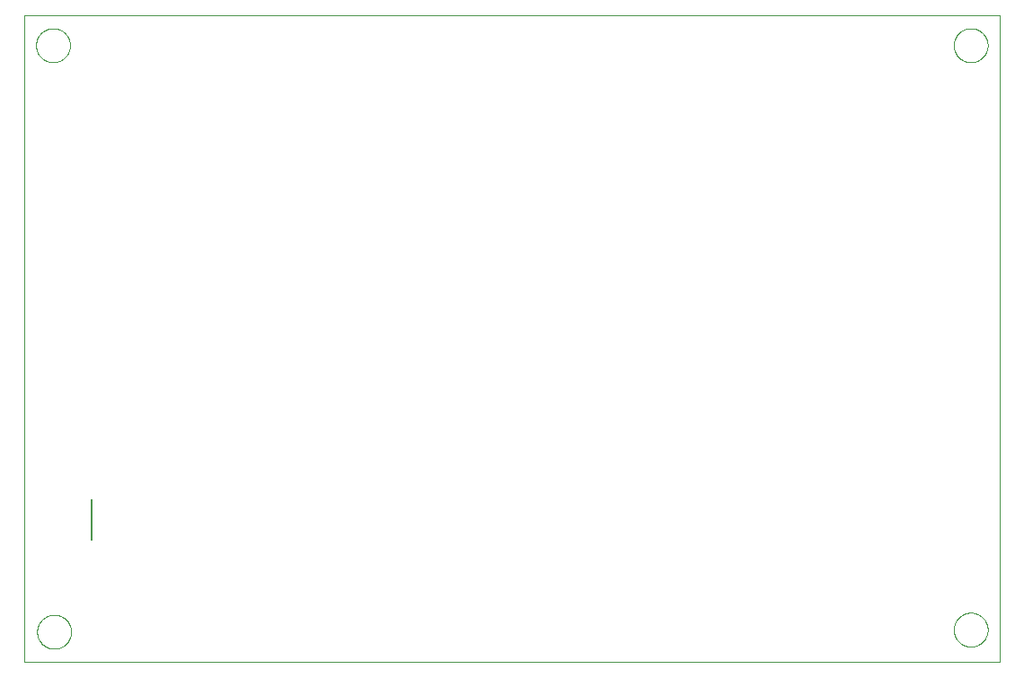
<source format=gbo>
G75*
%MOIN*%
%OFA0B0*%
%FSLAX25Y25*%
%IPPOS*%
%LPD*%
%AMOC8*
5,1,8,0,0,1.08239X$1,22.5*
%
%ADD10C,0.00000*%
%ADD11C,0.00800*%
D10*
X0005394Y0001000D02*
X0005394Y0240882D01*
X0367402Y0240882D01*
X0367402Y0001000D01*
X0005394Y0001000D01*
X0010118Y0012142D02*
X0010120Y0012300D01*
X0010126Y0012458D01*
X0010136Y0012616D01*
X0010150Y0012774D01*
X0010168Y0012931D01*
X0010189Y0013088D01*
X0010215Y0013244D01*
X0010245Y0013400D01*
X0010278Y0013555D01*
X0010316Y0013708D01*
X0010357Y0013861D01*
X0010402Y0014013D01*
X0010451Y0014164D01*
X0010504Y0014313D01*
X0010560Y0014461D01*
X0010620Y0014607D01*
X0010684Y0014752D01*
X0010752Y0014895D01*
X0010823Y0015037D01*
X0010897Y0015177D01*
X0010975Y0015314D01*
X0011057Y0015450D01*
X0011141Y0015584D01*
X0011230Y0015715D01*
X0011321Y0015844D01*
X0011416Y0015971D01*
X0011513Y0016096D01*
X0011614Y0016218D01*
X0011718Y0016337D01*
X0011825Y0016454D01*
X0011935Y0016568D01*
X0012048Y0016679D01*
X0012163Y0016788D01*
X0012281Y0016893D01*
X0012402Y0016995D01*
X0012525Y0017095D01*
X0012651Y0017191D01*
X0012779Y0017284D01*
X0012909Y0017374D01*
X0013042Y0017460D01*
X0013177Y0017544D01*
X0013313Y0017623D01*
X0013452Y0017700D01*
X0013593Y0017772D01*
X0013735Y0017842D01*
X0013879Y0017907D01*
X0014025Y0017969D01*
X0014172Y0018027D01*
X0014321Y0018082D01*
X0014471Y0018133D01*
X0014622Y0018180D01*
X0014774Y0018223D01*
X0014927Y0018262D01*
X0015082Y0018298D01*
X0015237Y0018329D01*
X0015393Y0018357D01*
X0015549Y0018381D01*
X0015706Y0018401D01*
X0015864Y0018417D01*
X0016021Y0018429D01*
X0016180Y0018437D01*
X0016338Y0018441D01*
X0016496Y0018441D01*
X0016654Y0018437D01*
X0016813Y0018429D01*
X0016970Y0018417D01*
X0017128Y0018401D01*
X0017285Y0018381D01*
X0017441Y0018357D01*
X0017597Y0018329D01*
X0017752Y0018298D01*
X0017907Y0018262D01*
X0018060Y0018223D01*
X0018212Y0018180D01*
X0018363Y0018133D01*
X0018513Y0018082D01*
X0018662Y0018027D01*
X0018809Y0017969D01*
X0018955Y0017907D01*
X0019099Y0017842D01*
X0019241Y0017772D01*
X0019382Y0017700D01*
X0019521Y0017623D01*
X0019657Y0017544D01*
X0019792Y0017460D01*
X0019925Y0017374D01*
X0020055Y0017284D01*
X0020183Y0017191D01*
X0020309Y0017095D01*
X0020432Y0016995D01*
X0020553Y0016893D01*
X0020671Y0016788D01*
X0020786Y0016679D01*
X0020899Y0016568D01*
X0021009Y0016454D01*
X0021116Y0016337D01*
X0021220Y0016218D01*
X0021321Y0016096D01*
X0021418Y0015971D01*
X0021513Y0015844D01*
X0021604Y0015715D01*
X0021693Y0015584D01*
X0021777Y0015450D01*
X0021859Y0015314D01*
X0021937Y0015177D01*
X0022011Y0015037D01*
X0022082Y0014895D01*
X0022150Y0014752D01*
X0022214Y0014607D01*
X0022274Y0014461D01*
X0022330Y0014313D01*
X0022383Y0014164D01*
X0022432Y0014013D01*
X0022477Y0013861D01*
X0022518Y0013708D01*
X0022556Y0013555D01*
X0022589Y0013400D01*
X0022619Y0013244D01*
X0022645Y0013088D01*
X0022666Y0012931D01*
X0022684Y0012774D01*
X0022698Y0012616D01*
X0022708Y0012458D01*
X0022714Y0012300D01*
X0022716Y0012142D01*
X0022714Y0011984D01*
X0022708Y0011826D01*
X0022698Y0011668D01*
X0022684Y0011510D01*
X0022666Y0011353D01*
X0022645Y0011196D01*
X0022619Y0011040D01*
X0022589Y0010884D01*
X0022556Y0010729D01*
X0022518Y0010576D01*
X0022477Y0010423D01*
X0022432Y0010271D01*
X0022383Y0010120D01*
X0022330Y0009971D01*
X0022274Y0009823D01*
X0022214Y0009677D01*
X0022150Y0009532D01*
X0022082Y0009389D01*
X0022011Y0009247D01*
X0021937Y0009107D01*
X0021859Y0008970D01*
X0021777Y0008834D01*
X0021693Y0008700D01*
X0021604Y0008569D01*
X0021513Y0008440D01*
X0021418Y0008313D01*
X0021321Y0008188D01*
X0021220Y0008066D01*
X0021116Y0007947D01*
X0021009Y0007830D01*
X0020899Y0007716D01*
X0020786Y0007605D01*
X0020671Y0007496D01*
X0020553Y0007391D01*
X0020432Y0007289D01*
X0020309Y0007189D01*
X0020183Y0007093D01*
X0020055Y0007000D01*
X0019925Y0006910D01*
X0019792Y0006824D01*
X0019657Y0006740D01*
X0019521Y0006661D01*
X0019382Y0006584D01*
X0019241Y0006512D01*
X0019099Y0006442D01*
X0018955Y0006377D01*
X0018809Y0006315D01*
X0018662Y0006257D01*
X0018513Y0006202D01*
X0018363Y0006151D01*
X0018212Y0006104D01*
X0018060Y0006061D01*
X0017907Y0006022D01*
X0017752Y0005986D01*
X0017597Y0005955D01*
X0017441Y0005927D01*
X0017285Y0005903D01*
X0017128Y0005883D01*
X0016970Y0005867D01*
X0016813Y0005855D01*
X0016654Y0005847D01*
X0016496Y0005843D01*
X0016338Y0005843D01*
X0016180Y0005847D01*
X0016021Y0005855D01*
X0015864Y0005867D01*
X0015706Y0005883D01*
X0015549Y0005903D01*
X0015393Y0005927D01*
X0015237Y0005955D01*
X0015082Y0005986D01*
X0014927Y0006022D01*
X0014774Y0006061D01*
X0014622Y0006104D01*
X0014471Y0006151D01*
X0014321Y0006202D01*
X0014172Y0006257D01*
X0014025Y0006315D01*
X0013879Y0006377D01*
X0013735Y0006442D01*
X0013593Y0006512D01*
X0013452Y0006584D01*
X0013313Y0006661D01*
X0013177Y0006740D01*
X0013042Y0006824D01*
X0012909Y0006910D01*
X0012779Y0007000D01*
X0012651Y0007093D01*
X0012525Y0007189D01*
X0012402Y0007289D01*
X0012281Y0007391D01*
X0012163Y0007496D01*
X0012048Y0007605D01*
X0011935Y0007716D01*
X0011825Y0007830D01*
X0011718Y0007947D01*
X0011614Y0008066D01*
X0011513Y0008188D01*
X0011416Y0008313D01*
X0011321Y0008440D01*
X0011230Y0008569D01*
X0011141Y0008700D01*
X0011057Y0008834D01*
X0010975Y0008970D01*
X0010897Y0009107D01*
X0010823Y0009247D01*
X0010752Y0009389D01*
X0010684Y0009532D01*
X0010620Y0009677D01*
X0010560Y0009823D01*
X0010504Y0009971D01*
X0010451Y0010120D01*
X0010402Y0010271D01*
X0010357Y0010423D01*
X0010316Y0010576D01*
X0010278Y0010729D01*
X0010245Y0010884D01*
X0010215Y0011040D01*
X0010189Y0011196D01*
X0010168Y0011353D01*
X0010150Y0011510D01*
X0010136Y0011668D01*
X0010126Y0011826D01*
X0010120Y0011984D01*
X0010118Y0012142D01*
X0009725Y0229858D02*
X0009727Y0230016D01*
X0009733Y0230174D01*
X0009743Y0230332D01*
X0009757Y0230490D01*
X0009775Y0230647D01*
X0009796Y0230804D01*
X0009822Y0230960D01*
X0009852Y0231116D01*
X0009885Y0231271D01*
X0009923Y0231424D01*
X0009964Y0231577D01*
X0010009Y0231729D01*
X0010058Y0231880D01*
X0010111Y0232029D01*
X0010167Y0232177D01*
X0010227Y0232323D01*
X0010291Y0232468D01*
X0010359Y0232611D01*
X0010430Y0232753D01*
X0010504Y0232893D01*
X0010582Y0233030D01*
X0010664Y0233166D01*
X0010748Y0233300D01*
X0010837Y0233431D01*
X0010928Y0233560D01*
X0011023Y0233687D01*
X0011120Y0233812D01*
X0011221Y0233934D01*
X0011325Y0234053D01*
X0011432Y0234170D01*
X0011542Y0234284D01*
X0011655Y0234395D01*
X0011770Y0234504D01*
X0011888Y0234609D01*
X0012009Y0234711D01*
X0012132Y0234811D01*
X0012258Y0234907D01*
X0012386Y0235000D01*
X0012516Y0235090D01*
X0012649Y0235176D01*
X0012784Y0235260D01*
X0012920Y0235339D01*
X0013059Y0235416D01*
X0013200Y0235488D01*
X0013342Y0235558D01*
X0013486Y0235623D01*
X0013632Y0235685D01*
X0013779Y0235743D01*
X0013928Y0235798D01*
X0014078Y0235849D01*
X0014229Y0235896D01*
X0014381Y0235939D01*
X0014534Y0235978D01*
X0014689Y0236014D01*
X0014844Y0236045D01*
X0015000Y0236073D01*
X0015156Y0236097D01*
X0015313Y0236117D01*
X0015471Y0236133D01*
X0015628Y0236145D01*
X0015787Y0236153D01*
X0015945Y0236157D01*
X0016103Y0236157D01*
X0016261Y0236153D01*
X0016420Y0236145D01*
X0016577Y0236133D01*
X0016735Y0236117D01*
X0016892Y0236097D01*
X0017048Y0236073D01*
X0017204Y0236045D01*
X0017359Y0236014D01*
X0017514Y0235978D01*
X0017667Y0235939D01*
X0017819Y0235896D01*
X0017970Y0235849D01*
X0018120Y0235798D01*
X0018269Y0235743D01*
X0018416Y0235685D01*
X0018562Y0235623D01*
X0018706Y0235558D01*
X0018848Y0235488D01*
X0018989Y0235416D01*
X0019128Y0235339D01*
X0019264Y0235260D01*
X0019399Y0235176D01*
X0019532Y0235090D01*
X0019662Y0235000D01*
X0019790Y0234907D01*
X0019916Y0234811D01*
X0020039Y0234711D01*
X0020160Y0234609D01*
X0020278Y0234504D01*
X0020393Y0234395D01*
X0020506Y0234284D01*
X0020616Y0234170D01*
X0020723Y0234053D01*
X0020827Y0233934D01*
X0020928Y0233812D01*
X0021025Y0233687D01*
X0021120Y0233560D01*
X0021211Y0233431D01*
X0021300Y0233300D01*
X0021384Y0233166D01*
X0021466Y0233030D01*
X0021544Y0232893D01*
X0021618Y0232753D01*
X0021689Y0232611D01*
X0021757Y0232468D01*
X0021821Y0232323D01*
X0021881Y0232177D01*
X0021937Y0232029D01*
X0021990Y0231880D01*
X0022039Y0231729D01*
X0022084Y0231577D01*
X0022125Y0231424D01*
X0022163Y0231271D01*
X0022196Y0231116D01*
X0022226Y0230960D01*
X0022252Y0230804D01*
X0022273Y0230647D01*
X0022291Y0230490D01*
X0022305Y0230332D01*
X0022315Y0230174D01*
X0022321Y0230016D01*
X0022323Y0229858D01*
X0022321Y0229700D01*
X0022315Y0229542D01*
X0022305Y0229384D01*
X0022291Y0229226D01*
X0022273Y0229069D01*
X0022252Y0228912D01*
X0022226Y0228756D01*
X0022196Y0228600D01*
X0022163Y0228445D01*
X0022125Y0228292D01*
X0022084Y0228139D01*
X0022039Y0227987D01*
X0021990Y0227836D01*
X0021937Y0227687D01*
X0021881Y0227539D01*
X0021821Y0227393D01*
X0021757Y0227248D01*
X0021689Y0227105D01*
X0021618Y0226963D01*
X0021544Y0226823D01*
X0021466Y0226686D01*
X0021384Y0226550D01*
X0021300Y0226416D01*
X0021211Y0226285D01*
X0021120Y0226156D01*
X0021025Y0226029D01*
X0020928Y0225904D01*
X0020827Y0225782D01*
X0020723Y0225663D01*
X0020616Y0225546D01*
X0020506Y0225432D01*
X0020393Y0225321D01*
X0020278Y0225212D01*
X0020160Y0225107D01*
X0020039Y0225005D01*
X0019916Y0224905D01*
X0019790Y0224809D01*
X0019662Y0224716D01*
X0019532Y0224626D01*
X0019399Y0224540D01*
X0019264Y0224456D01*
X0019128Y0224377D01*
X0018989Y0224300D01*
X0018848Y0224228D01*
X0018706Y0224158D01*
X0018562Y0224093D01*
X0018416Y0224031D01*
X0018269Y0223973D01*
X0018120Y0223918D01*
X0017970Y0223867D01*
X0017819Y0223820D01*
X0017667Y0223777D01*
X0017514Y0223738D01*
X0017359Y0223702D01*
X0017204Y0223671D01*
X0017048Y0223643D01*
X0016892Y0223619D01*
X0016735Y0223599D01*
X0016577Y0223583D01*
X0016420Y0223571D01*
X0016261Y0223563D01*
X0016103Y0223559D01*
X0015945Y0223559D01*
X0015787Y0223563D01*
X0015628Y0223571D01*
X0015471Y0223583D01*
X0015313Y0223599D01*
X0015156Y0223619D01*
X0015000Y0223643D01*
X0014844Y0223671D01*
X0014689Y0223702D01*
X0014534Y0223738D01*
X0014381Y0223777D01*
X0014229Y0223820D01*
X0014078Y0223867D01*
X0013928Y0223918D01*
X0013779Y0223973D01*
X0013632Y0224031D01*
X0013486Y0224093D01*
X0013342Y0224158D01*
X0013200Y0224228D01*
X0013059Y0224300D01*
X0012920Y0224377D01*
X0012784Y0224456D01*
X0012649Y0224540D01*
X0012516Y0224626D01*
X0012386Y0224716D01*
X0012258Y0224809D01*
X0012132Y0224905D01*
X0012009Y0225005D01*
X0011888Y0225107D01*
X0011770Y0225212D01*
X0011655Y0225321D01*
X0011542Y0225432D01*
X0011432Y0225546D01*
X0011325Y0225663D01*
X0011221Y0225782D01*
X0011120Y0225904D01*
X0011023Y0226029D01*
X0010928Y0226156D01*
X0010837Y0226285D01*
X0010748Y0226416D01*
X0010664Y0226550D01*
X0010582Y0226686D01*
X0010504Y0226823D01*
X0010430Y0226963D01*
X0010359Y0227105D01*
X0010291Y0227248D01*
X0010227Y0227393D01*
X0010167Y0227539D01*
X0010111Y0227687D01*
X0010058Y0227836D01*
X0010009Y0227987D01*
X0009964Y0228139D01*
X0009923Y0228292D01*
X0009885Y0228445D01*
X0009852Y0228600D01*
X0009822Y0228756D01*
X0009796Y0228912D01*
X0009775Y0229069D01*
X0009757Y0229226D01*
X0009743Y0229384D01*
X0009733Y0229542D01*
X0009727Y0229700D01*
X0009725Y0229858D01*
X0350276Y0229858D02*
X0350278Y0230016D01*
X0350284Y0230174D01*
X0350294Y0230332D01*
X0350308Y0230490D01*
X0350326Y0230647D01*
X0350347Y0230804D01*
X0350373Y0230960D01*
X0350403Y0231116D01*
X0350436Y0231271D01*
X0350474Y0231424D01*
X0350515Y0231577D01*
X0350560Y0231729D01*
X0350609Y0231880D01*
X0350662Y0232029D01*
X0350718Y0232177D01*
X0350778Y0232323D01*
X0350842Y0232468D01*
X0350910Y0232611D01*
X0350981Y0232753D01*
X0351055Y0232893D01*
X0351133Y0233030D01*
X0351215Y0233166D01*
X0351299Y0233300D01*
X0351388Y0233431D01*
X0351479Y0233560D01*
X0351574Y0233687D01*
X0351671Y0233812D01*
X0351772Y0233934D01*
X0351876Y0234053D01*
X0351983Y0234170D01*
X0352093Y0234284D01*
X0352206Y0234395D01*
X0352321Y0234504D01*
X0352439Y0234609D01*
X0352560Y0234711D01*
X0352683Y0234811D01*
X0352809Y0234907D01*
X0352937Y0235000D01*
X0353067Y0235090D01*
X0353200Y0235176D01*
X0353335Y0235260D01*
X0353471Y0235339D01*
X0353610Y0235416D01*
X0353751Y0235488D01*
X0353893Y0235558D01*
X0354037Y0235623D01*
X0354183Y0235685D01*
X0354330Y0235743D01*
X0354479Y0235798D01*
X0354629Y0235849D01*
X0354780Y0235896D01*
X0354932Y0235939D01*
X0355085Y0235978D01*
X0355240Y0236014D01*
X0355395Y0236045D01*
X0355551Y0236073D01*
X0355707Y0236097D01*
X0355864Y0236117D01*
X0356022Y0236133D01*
X0356179Y0236145D01*
X0356338Y0236153D01*
X0356496Y0236157D01*
X0356654Y0236157D01*
X0356812Y0236153D01*
X0356971Y0236145D01*
X0357128Y0236133D01*
X0357286Y0236117D01*
X0357443Y0236097D01*
X0357599Y0236073D01*
X0357755Y0236045D01*
X0357910Y0236014D01*
X0358065Y0235978D01*
X0358218Y0235939D01*
X0358370Y0235896D01*
X0358521Y0235849D01*
X0358671Y0235798D01*
X0358820Y0235743D01*
X0358967Y0235685D01*
X0359113Y0235623D01*
X0359257Y0235558D01*
X0359399Y0235488D01*
X0359540Y0235416D01*
X0359679Y0235339D01*
X0359815Y0235260D01*
X0359950Y0235176D01*
X0360083Y0235090D01*
X0360213Y0235000D01*
X0360341Y0234907D01*
X0360467Y0234811D01*
X0360590Y0234711D01*
X0360711Y0234609D01*
X0360829Y0234504D01*
X0360944Y0234395D01*
X0361057Y0234284D01*
X0361167Y0234170D01*
X0361274Y0234053D01*
X0361378Y0233934D01*
X0361479Y0233812D01*
X0361576Y0233687D01*
X0361671Y0233560D01*
X0361762Y0233431D01*
X0361851Y0233300D01*
X0361935Y0233166D01*
X0362017Y0233030D01*
X0362095Y0232893D01*
X0362169Y0232753D01*
X0362240Y0232611D01*
X0362308Y0232468D01*
X0362372Y0232323D01*
X0362432Y0232177D01*
X0362488Y0232029D01*
X0362541Y0231880D01*
X0362590Y0231729D01*
X0362635Y0231577D01*
X0362676Y0231424D01*
X0362714Y0231271D01*
X0362747Y0231116D01*
X0362777Y0230960D01*
X0362803Y0230804D01*
X0362824Y0230647D01*
X0362842Y0230490D01*
X0362856Y0230332D01*
X0362866Y0230174D01*
X0362872Y0230016D01*
X0362874Y0229858D01*
X0362872Y0229700D01*
X0362866Y0229542D01*
X0362856Y0229384D01*
X0362842Y0229226D01*
X0362824Y0229069D01*
X0362803Y0228912D01*
X0362777Y0228756D01*
X0362747Y0228600D01*
X0362714Y0228445D01*
X0362676Y0228292D01*
X0362635Y0228139D01*
X0362590Y0227987D01*
X0362541Y0227836D01*
X0362488Y0227687D01*
X0362432Y0227539D01*
X0362372Y0227393D01*
X0362308Y0227248D01*
X0362240Y0227105D01*
X0362169Y0226963D01*
X0362095Y0226823D01*
X0362017Y0226686D01*
X0361935Y0226550D01*
X0361851Y0226416D01*
X0361762Y0226285D01*
X0361671Y0226156D01*
X0361576Y0226029D01*
X0361479Y0225904D01*
X0361378Y0225782D01*
X0361274Y0225663D01*
X0361167Y0225546D01*
X0361057Y0225432D01*
X0360944Y0225321D01*
X0360829Y0225212D01*
X0360711Y0225107D01*
X0360590Y0225005D01*
X0360467Y0224905D01*
X0360341Y0224809D01*
X0360213Y0224716D01*
X0360083Y0224626D01*
X0359950Y0224540D01*
X0359815Y0224456D01*
X0359679Y0224377D01*
X0359540Y0224300D01*
X0359399Y0224228D01*
X0359257Y0224158D01*
X0359113Y0224093D01*
X0358967Y0224031D01*
X0358820Y0223973D01*
X0358671Y0223918D01*
X0358521Y0223867D01*
X0358370Y0223820D01*
X0358218Y0223777D01*
X0358065Y0223738D01*
X0357910Y0223702D01*
X0357755Y0223671D01*
X0357599Y0223643D01*
X0357443Y0223619D01*
X0357286Y0223599D01*
X0357128Y0223583D01*
X0356971Y0223571D01*
X0356812Y0223563D01*
X0356654Y0223559D01*
X0356496Y0223559D01*
X0356338Y0223563D01*
X0356179Y0223571D01*
X0356022Y0223583D01*
X0355864Y0223599D01*
X0355707Y0223619D01*
X0355551Y0223643D01*
X0355395Y0223671D01*
X0355240Y0223702D01*
X0355085Y0223738D01*
X0354932Y0223777D01*
X0354780Y0223820D01*
X0354629Y0223867D01*
X0354479Y0223918D01*
X0354330Y0223973D01*
X0354183Y0224031D01*
X0354037Y0224093D01*
X0353893Y0224158D01*
X0353751Y0224228D01*
X0353610Y0224300D01*
X0353471Y0224377D01*
X0353335Y0224456D01*
X0353200Y0224540D01*
X0353067Y0224626D01*
X0352937Y0224716D01*
X0352809Y0224809D01*
X0352683Y0224905D01*
X0352560Y0225005D01*
X0352439Y0225107D01*
X0352321Y0225212D01*
X0352206Y0225321D01*
X0352093Y0225432D01*
X0351983Y0225546D01*
X0351876Y0225663D01*
X0351772Y0225782D01*
X0351671Y0225904D01*
X0351574Y0226029D01*
X0351479Y0226156D01*
X0351388Y0226285D01*
X0351299Y0226416D01*
X0351215Y0226550D01*
X0351133Y0226686D01*
X0351055Y0226823D01*
X0350981Y0226963D01*
X0350910Y0227105D01*
X0350842Y0227248D01*
X0350778Y0227393D01*
X0350718Y0227539D01*
X0350662Y0227687D01*
X0350609Y0227836D01*
X0350560Y0227987D01*
X0350515Y0228139D01*
X0350474Y0228292D01*
X0350436Y0228445D01*
X0350403Y0228600D01*
X0350373Y0228756D01*
X0350347Y0228912D01*
X0350326Y0229069D01*
X0350308Y0229226D01*
X0350294Y0229384D01*
X0350284Y0229542D01*
X0350278Y0229700D01*
X0350276Y0229858D01*
X0350276Y0012929D02*
X0350278Y0013087D01*
X0350284Y0013245D01*
X0350294Y0013403D01*
X0350308Y0013561D01*
X0350326Y0013718D01*
X0350347Y0013875D01*
X0350373Y0014031D01*
X0350403Y0014187D01*
X0350436Y0014342D01*
X0350474Y0014495D01*
X0350515Y0014648D01*
X0350560Y0014800D01*
X0350609Y0014951D01*
X0350662Y0015100D01*
X0350718Y0015248D01*
X0350778Y0015394D01*
X0350842Y0015539D01*
X0350910Y0015682D01*
X0350981Y0015824D01*
X0351055Y0015964D01*
X0351133Y0016101D01*
X0351215Y0016237D01*
X0351299Y0016371D01*
X0351388Y0016502D01*
X0351479Y0016631D01*
X0351574Y0016758D01*
X0351671Y0016883D01*
X0351772Y0017005D01*
X0351876Y0017124D01*
X0351983Y0017241D01*
X0352093Y0017355D01*
X0352206Y0017466D01*
X0352321Y0017575D01*
X0352439Y0017680D01*
X0352560Y0017782D01*
X0352683Y0017882D01*
X0352809Y0017978D01*
X0352937Y0018071D01*
X0353067Y0018161D01*
X0353200Y0018247D01*
X0353335Y0018331D01*
X0353471Y0018410D01*
X0353610Y0018487D01*
X0353751Y0018559D01*
X0353893Y0018629D01*
X0354037Y0018694D01*
X0354183Y0018756D01*
X0354330Y0018814D01*
X0354479Y0018869D01*
X0354629Y0018920D01*
X0354780Y0018967D01*
X0354932Y0019010D01*
X0355085Y0019049D01*
X0355240Y0019085D01*
X0355395Y0019116D01*
X0355551Y0019144D01*
X0355707Y0019168D01*
X0355864Y0019188D01*
X0356022Y0019204D01*
X0356179Y0019216D01*
X0356338Y0019224D01*
X0356496Y0019228D01*
X0356654Y0019228D01*
X0356812Y0019224D01*
X0356971Y0019216D01*
X0357128Y0019204D01*
X0357286Y0019188D01*
X0357443Y0019168D01*
X0357599Y0019144D01*
X0357755Y0019116D01*
X0357910Y0019085D01*
X0358065Y0019049D01*
X0358218Y0019010D01*
X0358370Y0018967D01*
X0358521Y0018920D01*
X0358671Y0018869D01*
X0358820Y0018814D01*
X0358967Y0018756D01*
X0359113Y0018694D01*
X0359257Y0018629D01*
X0359399Y0018559D01*
X0359540Y0018487D01*
X0359679Y0018410D01*
X0359815Y0018331D01*
X0359950Y0018247D01*
X0360083Y0018161D01*
X0360213Y0018071D01*
X0360341Y0017978D01*
X0360467Y0017882D01*
X0360590Y0017782D01*
X0360711Y0017680D01*
X0360829Y0017575D01*
X0360944Y0017466D01*
X0361057Y0017355D01*
X0361167Y0017241D01*
X0361274Y0017124D01*
X0361378Y0017005D01*
X0361479Y0016883D01*
X0361576Y0016758D01*
X0361671Y0016631D01*
X0361762Y0016502D01*
X0361851Y0016371D01*
X0361935Y0016237D01*
X0362017Y0016101D01*
X0362095Y0015964D01*
X0362169Y0015824D01*
X0362240Y0015682D01*
X0362308Y0015539D01*
X0362372Y0015394D01*
X0362432Y0015248D01*
X0362488Y0015100D01*
X0362541Y0014951D01*
X0362590Y0014800D01*
X0362635Y0014648D01*
X0362676Y0014495D01*
X0362714Y0014342D01*
X0362747Y0014187D01*
X0362777Y0014031D01*
X0362803Y0013875D01*
X0362824Y0013718D01*
X0362842Y0013561D01*
X0362856Y0013403D01*
X0362866Y0013245D01*
X0362872Y0013087D01*
X0362874Y0012929D01*
X0362872Y0012771D01*
X0362866Y0012613D01*
X0362856Y0012455D01*
X0362842Y0012297D01*
X0362824Y0012140D01*
X0362803Y0011983D01*
X0362777Y0011827D01*
X0362747Y0011671D01*
X0362714Y0011516D01*
X0362676Y0011363D01*
X0362635Y0011210D01*
X0362590Y0011058D01*
X0362541Y0010907D01*
X0362488Y0010758D01*
X0362432Y0010610D01*
X0362372Y0010464D01*
X0362308Y0010319D01*
X0362240Y0010176D01*
X0362169Y0010034D01*
X0362095Y0009894D01*
X0362017Y0009757D01*
X0361935Y0009621D01*
X0361851Y0009487D01*
X0361762Y0009356D01*
X0361671Y0009227D01*
X0361576Y0009100D01*
X0361479Y0008975D01*
X0361378Y0008853D01*
X0361274Y0008734D01*
X0361167Y0008617D01*
X0361057Y0008503D01*
X0360944Y0008392D01*
X0360829Y0008283D01*
X0360711Y0008178D01*
X0360590Y0008076D01*
X0360467Y0007976D01*
X0360341Y0007880D01*
X0360213Y0007787D01*
X0360083Y0007697D01*
X0359950Y0007611D01*
X0359815Y0007527D01*
X0359679Y0007448D01*
X0359540Y0007371D01*
X0359399Y0007299D01*
X0359257Y0007229D01*
X0359113Y0007164D01*
X0358967Y0007102D01*
X0358820Y0007044D01*
X0358671Y0006989D01*
X0358521Y0006938D01*
X0358370Y0006891D01*
X0358218Y0006848D01*
X0358065Y0006809D01*
X0357910Y0006773D01*
X0357755Y0006742D01*
X0357599Y0006714D01*
X0357443Y0006690D01*
X0357286Y0006670D01*
X0357128Y0006654D01*
X0356971Y0006642D01*
X0356812Y0006634D01*
X0356654Y0006630D01*
X0356496Y0006630D01*
X0356338Y0006634D01*
X0356179Y0006642D01*
X0356022Y0006654D01*
X0355864Y0006670D01*
X0355707Y0006690D01*
X0355551Y0006714D01*
X0355395Y0006742D01*
X0355240Y0006773D01*
X0355085Y0006809D01*
X0354932Y0006848D01*
X0354780Y0006891D01*
X0354629Y0006938D01*
X0354479Y0006989D01*
X0354330Y0007044D01*
X0354183Y0007102D01*
X0354037Y0007164D01*
X0353893Y0007229D01*
X0353751Y0007299D01*
X0353610Y0007371D01*
X0353471Y0007448D01*
X0353335Y0007527D01*
X0353200Y0007611D01*
X0353067Y0007697D01*
X0352937Y0007787D01*
X0352809Y0007880D01*
X0352683Y0007976D01*
X0352560Y0008076D01*
X0352439Y0008178D01*
X0352321Y0008283D01*
X0352206Y0008392D01*
X0352093Y0008503D01*
X0351983Y0008617D01*
X0351876Y0008734D01*
X0351772Y0008853D01*
X0351671Y0008975D01*
X0351574Y0009100D01*
X0351479Y0009227D01*
X0351388Y0009356D01*
X0351299Y0009487D01*
X0351215Y0009621D01*
X0351133Y0009757D01*
X0351055Y0009894D01*
X0350981Y0010034D01*
X0350910Y0010176D01*
X0350842Y0010319D01*
X0350778Y0010464D01*
X0350718Y0010610D01*
X0350662Y0010758D01*
X0350609Y0010907D01*
X0350560Y0011058D01*
X0350515Y0011210D01*
X0350474Y0011363D01*
X0350436Y0011516D01*
X0350403Y0011671D01*
X0350373Y0011827D01*
X0350347Y0011983D01*
X0350326Y0012140D01*
X0350308Y0012297D01*
X0350294Y0012455D01*
X0350284Y0012613D01*
X0350278Y0012771D01*
X0350276Y0012929D01*
D11*
X0030354Y0046374D02*
X0030354Y0061374D01*
M02*

</source>
